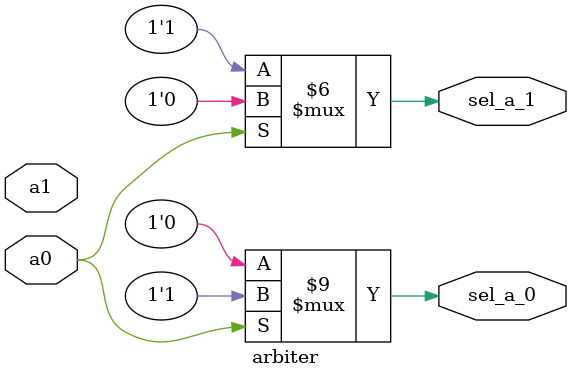
<source format=v>
module arbiter(
    input a0,a1,
    output reg  sel_a_0,sel_a_1);
    
   always@(*)
    begin
      if(a0 == 0) 
        sel_a_0 = 0;
      else
         sel_a_0 = 1;
    end
    
    always@(*)
    begin
      if(a0 == 1) 
        sel_a_1 = 0;
      else
         sel_a_1 = 1;
    end
    
endmodule
</source>
